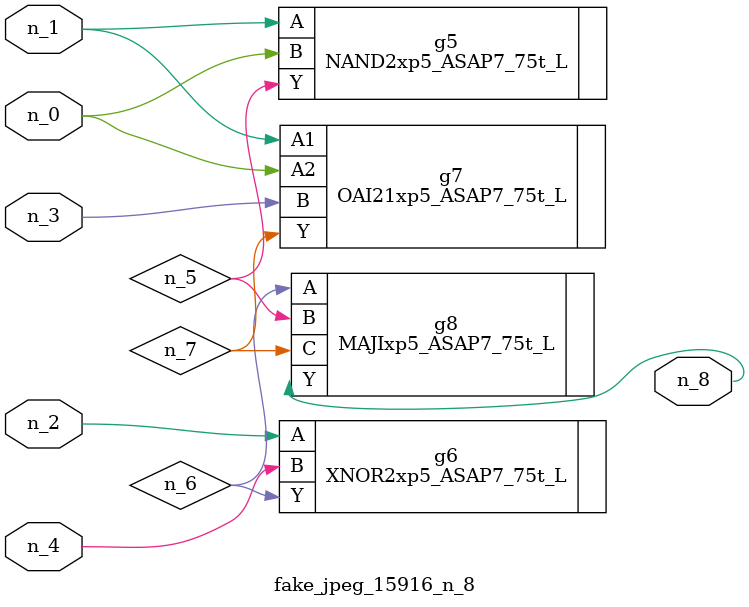
<source format=v>
module fake_jpeg_15916_n_8 (n_3, n_2, n_1, n_0, n_4, n_8);

input n_3;
input n_2;
input n_1;
input n_0;
input n_4;

output n_8;

wire n_6;
wire n_5;
wire n_7;

NAND2xp5_ASAP7_75t_L g5 ( 
.A(n_1),
.B(n_0),
.Y(n_5)
);

XNOR2xp5_ASAP7_75t_L g6 ( 
.A(n_2),
.B(n_4),
.Y(n_6)
);

OAI21xp5_ASAP7_75t_L g7 ( 
.A1(n_1),
.A2(n_0),
.B(n_3),
.Y(n_7)
);

MAJIxp5_ASAP7_75t_L g8 ( 
.A(n_6),
.B(n_5),
.C(n_7),
.Y(n_8)
);


endmodule
</source>
